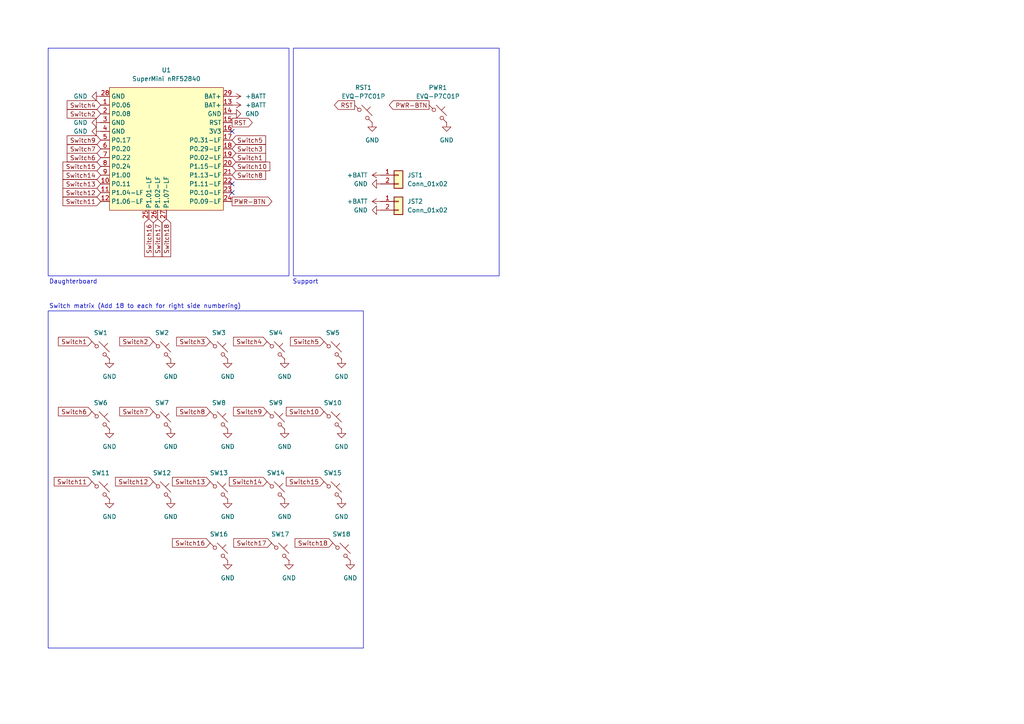
<source format=kicad_sch>
(kicad_sch (version 20231120) (generator "eeschema") (generator_version "8.0")
  (paper "A4")
  (lib_symbols
    (symbol "Connector_Generic:Conn_01x02" (pin_names (offset 1.016) hide)
      (property "Reference" "J" (at 0 2.54 0))
      (property "Value" "Conn_01x02" (at 0 -5.08 0))
      (symbol "Conn_01x02_1_1"
        (rectangle (start -1.27 -2.413) (end 0 -2.667) (stroke (width 0.1524)))
        (rectangle (start -1.27 0.127) (end 0 -0.127) (stroke (width 0.1524)))
        (rectangle (start -1.27 1.27) (end 1.27 -3.81) (stroke (width 0.254)) (fill (type background)))
        (pin passive line (at -5.08 0 0) (length 3.81) (name "Pin_1") (number "1"))
        (pin passive line (at -5.08 -2.54 0) (length 3.81) (name "Pin_2") (number "2"))
      )
    )
    (symbol "PCM_marbastlib-promicroish:SuperMini_nRF52840" (in_bom no)
      (property "Reference" "U" (at 0 22.86 0))
      (property "Value" "SuperMini nRF52840" (at 0 20.32 0))
      (symbol "SuperMini_nRF52840_0_0"
        (pin bidirectional line (at -19.05 13.97 0) (length 2.54) (name "P0.06") (number "1"))
        (pin bidirectional line (at -19.05 -8.89 0) (length 2.54) (name "P0.11") (number "10"))
        (pin bidirectional line (at -19.05 -11.43 0) (length 2.54) (name "P1.04-LF") (number "11"))
        (pin bidirectional line (at -19.05 -13.97 0) (length 2.54) (name "P1.06-LF") (number "12"))
        (pin power_out line (at 19.05 11.43 180) (length 2.54) (name "GND") (number "14"))
        (pin bidirectional line (at 19.05 8.89 180) (length 2.54) (name "RST") (number "15"))
        (pin bidirectional line (at 19.05 3.81 180) (length 2.54) (name "P0.31-LF") (number "17"))
        (pin bidirectional line (at 19.05 1.27 180) (length 2.54) (name "P0.29-LF") (number "18"))
        (pin bidirectional line (at 19.05 -1.27 180) (length 2.54) (name "P0.02-LF") (number "19"))
        (pin bidirectional line (at -19.05 11.43 0) (length 2.54) (name "P0.08") (number "2"))
        (pin bidirectional line (at 19.05 -3.81 180) (length 2.54) (name "P1.15-LF") (number "20"))
        (pin bidirectional line (at 19.05 -6.35 180) (length 2.54) (name "P1.13-LF") (number "21"))
        (pin bidirectional line (at 19.05 -8.89 180) (length 2.54) (name "P1.11-LF") (number "22"))
        (pin bidirectional line (at 19.05 -13.97 180) (length 2.54) (name "P0.09-LF") (number "24"))
        (pin power_out line (at -19.05 8.89 0) (length 2.54) (name "GND") (number "3"))
        (pin power_out line (at -19.05 6.35 0) (length 2.54) (name "GND") (number "4"))
        (pin bidirectional line (at -19.05 3.81 0) (length 2.54) (name "P0.17") (number "5"))
        (pin bidirectional line (at -19.05 1.27 0) (length 2.54) (name "P0.20") (number "6"))
        (pin bidirectional line (at -19.05 -1.27 0) (length 2.54) (name "P0.22") (number "7"))
        (pin bidirectional line (at -19.05 -3.81 0) (length 2.54) (name "P0.24") (number "8"))
        (pin bidirectional line (at -19.05 -6.35 0) (length 2.54) (name "P1.00") (number "9"))
      )
      (symbol "SuperMini_nRF52840_1_0"
        (pin power_out line (at 19.05 13.97 180) (length 2.54) (name "BAT+") (number "13"))
        (pin power_out line (at 19.05 6.35 180) (length 2.54) (name "3V3") (number "16"))
        (pin bidirectional line (at 19.05 -11.43 180) (length 2.54) (name "P0.10-LF") (number "23"))
        (pin bidirectional line (at -5.08 -19.05 90) (length 2.54) (name "P1.01-LF") (number "25"))
        (pin bidirectional line (at -2.54 -19.05 90) (length 2.54) (name "P1.02-LF") (number "26"))
        (pin bidirectional line (at 0 -19.05 90) (length 2.54) (name "P1.07-LF") (number "27"))
        (pin power_out line (at -19.05 16.51 0) (length 2.54) (name "GND") (number "28"))
        (pin power_out line (at 19.05 16.51 180) (length 2.54) (name "BAT+") (number "29"))
      )
      (symbol "SuperMini_nRF52840_1_1"
        (rectangle (start -16.51 19.05) (end 16.51 -16.51) (fill (type background)))
      )
    )
    (symbol "Switch:SW_Push_45deg" (pin_numbers hide) (pin_names (offset 1.016) hide)
      (property "Reference" "SW" (at 3.048 1.016 0))
      (property "Value" "SW_Push_45deg" (at 0 -3.81 0))
      (symbol "SW_Push_45deg_0_1"
        (circle (center -1.1684 1.1684) (radius 0.508))
        (polyline (pts (xy -0.508 2.54) (xy 2.54 -0.508)))
        (polyline (pts (xy 1.016 1.016) (xy 2.032 2.032)))
        (polyline (pts (xy -2.54 2.54) (xy -1.524 1.524) (xy -1.524 1.524)))
        (polyline (pts (xy 1.524 -1.524) (xy 2.54 -2.54) (xy 2.54 -2.54) (xy 2.54 -2.54)))
        (circle (center 1.143 -1.1938) (radius 0.508))
        (pin passive line (at -2.54 2.54 0) (length 0) (name "1") (number "1"))
        (pin passive line (at 2.54 -2.54 180) (length 0) (name "2") (number "2"))
      )
    )
    (symbol "power:+BATT" (power) (pin_numbers hide) (pin_names (offset 0) hide)
      (property "Value" "+BATT" (at 0 3.556 0))
      (symbol "+BATT_0_1"
        (polyline (pts (xy -0.762 1.27) (xy 0 2.54)))
        (polyline (pts (xy 0 0) (xy 0 2.54)))
        (polyline (pts (xy 0 2.54) (xy 0.762 1.27)))
      )
      (symbol "+BATT_1_1"
        (pin power_in line (at 0 0 90) (length 0) (name "~") (number "1"))
      )
    )
    (symbol "power:GND" (power) (pin_numbers hide) (pin_names (offset 0) hide)
      (property "Value" "GND" (at 0 -3.81 0))
      (symbol "GND_0_1"
        (polyline (pts (xy 0 0) (xy 0 -1.27) (xy 1.27 -1.27) (xy 0 -2.54) (xy -1.27 -1.27) (xy 0 -1.27)))
      )
      (symbol "GND_1_1"
        (pin power_in line (at 0 0 270) (length 0) (name "~") (number "1"))
      )
    )
  )
  (no_connect (at 67.31 38.1))
  (no_connect (at 67.31 55.88))
  (no_connect (at 67.31 53.34))
  (rectangle (start 13.97 90.17) (end 105.41 187.96))
  (rectangle (start 13.97 13.97) (end 83.82 80.01))
  (rectangle (start 85.09 13.97) (end 144.78 80.01))
  (text "Switch matrix (Add 18 to each for right side numbering)" (at 14.224 89.662 0) (effects (font (size 1.27 1.27)) (justify left bottom)))
  (text "Daughterboard" (at 14.224 82.55 0) (effects (font (size 1.27 1.27)) (justify left bottom)))
  (text "Support" (at 84.836 82.55 0) (effects (font (size 1.27 1.27)) (justify left bottom)))
  (global_label "Switch7" (shape input) (at 44.45 119.38 180) (property "Intersheetrefs" "${INTERSHEET_REFS}" (effects (hide yes))))
  (global_label "Switch12" (shape input) (at 29.21 55.88 180) (property "Intersheetrefs" "${INTERSHEET_REFS}" (effects (hide yes))))
  (global_label "RST" (shape output) (at 102.87 30.48 180) (property "Intersheetrefs" "${INTERSHEET_REFS}" (effects (hide yes))))
  (global_label "Switch4" (shape input) (at 29.21 30.48 180) (property "Intersheetrefs" "${INTERSHEET_REFS}" (effects (hide yes))))
  (global_label "Switch16" (shape input) (at 43.18 63.5 270) (property "Intersheetrefs" "${INTERSHEET_REFS}" (effects (hide yes))))
  (global_label "Switch7" (shape input) (at 29.21 43.18 180) (property "Intersheetrefs" "${INTERSHEET_REFS}" (effects (hide yes))))
  (global_label "Switch2" (shape input) (at 29.21 33.02 180) (property "Intersheetrefs" "${INTERSHEET_REFS}" (effects (hide yes))))
  (global_label "Switch3" (shape input) (at 67.31 43.18 0) (property "Intersheetrefs" "${INTERSHEET_REFS}" (effects (hide yes))))
  (global_label "Switch11" (shape input) (at 29.21 58.42 180) (property "Intersheetrefs" "${INTERSHEET_REFS}" (effects (hide yes))))
  (global_label "Switch17" (shape input) (at 78.74 157.48 180) (property "Intersheetrefs" "${INTERSHEET_REFS}" (effects (hide yes))))
  (global_label "Switch1" (shape input) (at 26.67 99.06 180) (property "Intersheetrefs" "${INTERSHEET_REFS}" (effects (hide yes))))
  (global_label "Switch14" (shape input) (at 77.47 139.7 180) (property "Intersheetrefs" "${INTERSHEET_REFS}" (effects (hide yes))))
  (global_label "Switch16" (shape input) (at 60.96 157.48 180) (property "Intersheetrefs" "${INTERSHEET_REFS}" (effects (hide yes))))
  (global_label "Switch13" (shape input) (at 60.96 139.7 180) (property "Intersheetrefs" "${INTERSHEET_REFS}" (effects (hide yes))))
  (global_label "Switch10" (shape input) (at 67.31 48.26 0) (property "Intersheetrefs" "${INTERSHEET_REFS}" (effects (hide yes))))
  (global_label "Switch6" (shape input) (at 26.67 119.38 180) (property "Intersheetrefs" "${INTERSHEET_REFS}" (effects (hide yes))))
  (global_label "Switch9" (shape input) (at 29.21 40.64 180) (property "Intersheetrefs" "${INTERSHEET_REFS}" (effects (hide yes))))
  (global_label "Switch17" (shape input) (at 45.72 63.5 270) (property "Intersheetrefs" "${INTERSHEET_REFS}" (effects (hide yes))))
  (global_label "Switch8" (shape input) (at 60.96 119.38 180) (property "Intersheetrefs" "${INTERSHEET_REFS}" (effects (hide yes))))
  (global_label "Switch5" (shape input) (at 67.31 40.64 0) (property "Intersheetrefs" "${INTERSHEET_REFS}" (effects (hide yes))))
  (global_label "Switch9" (shape input) (at 77.47 119.38 180) (property "Intersheetrefs" "${INTERSHEET_REFS}" (effects (hide yes))))
  (global_label "RST" (shape output) (at 67.31 35.56 0) (property "Intersheetrefs" "${INTERSHEET_REFS}" (effects (hide yes))))
  (global_label "Switch8" (shape input) (at 67.31 50.8 0) (property "Intersheetrefs" "${INTERSHEET_REFS}" (effects (hide yes))))
  (global_label "Switch12" (shape input) (at 44.45 139.7 180) (property "Intersheetrefs" "${INTERSHEET_REFS}" (effects (hide yes))))
  (global_label "Switch6" (shape input) (at 29.21 45.72 180) (property "Intersheetrefs" "${INTERSHEET_REFS}" (effects (hide yes))))
  (global_label "Switch13" (shape input) (at 29.21 53.34 180) (property "Intersheetrefs" "${INTERSHEET_REFS}" (effects (hide yes))))
  (global_label "PWR-BTN" (shape output) (at 67.31 58.42 0) (property "Intersheetrefs" "${INTERSHEET_REFS}" (effects (hide yes))))
  (global_label "Switch4" (shape input) (at 77.47 99.06 180) (property "Intersheetrefs" "${INTERSHEET_REFS}" (effects (hide yes))))
  (global_label "Switch5" (shape input) (at 93.98 99.06 180) (property "Intersheetrefs" "${INTERSHEET_REFS}" (effects (hide yes))))
  (global_label "Switch18" (shape input) (at 96.52 157.48 180) (property "Intersheetrefs" "${INTERSHEET_REFS}" (effects (hide yes))))
  (global_label "Switch14" (shape input) (at 29.21 50.8 180) (property "Intersheetrefs" "${INTERSHEET_REFS}" (effects (hide yes))))
  (global_label "Switch18" (shape input) (at 48.26 63.5 270) (property "Intersheetrefs" "${INTERSHEET_REFS}" (effects (hide yes))))
  (global_label "Switch1" (shape input) (at 67.31 45.72 0) (property "Intersheetrefs" "${INTERSHEET_REFS}" (effects (hide yes))))
  (global_label "PWR-BTN" (shape output) (at 124.46 30.48 180) (property "Intersheetrefs" "${INTERSHEET_REFS}" (effects (hide yes))))
  (global_label "Switch15" (shape input) (at 93.98 139.7 180) (property "Intersheetrefs" "${INTERSHEET_REFS}" (effects (hide yes))))
  (global_label "Switch10" (shape input) (at 93.98 119.38 180) (property "Intersheetrefs" "${INTERSHEET_REFS}" (effects (hide yes))))
  (global_label "Switch11" (shape input) (at 26.67 139.7 180) (property "Intersheetrefs" "${INTERSHEET_REFS}" (effects (hide yes))))
  (global_label "Switch15" (shape input) (at 29.21 48.26 180) (property "Intersheetrefs" "${INTERSHEET_REFS}" (effects (hide yes))))
  (global_label "Switch3" (shape input) (at 60.96 99.06 180) (property "Intersheetrefs" "${INTERSHEET_REFS}" (effects (hide yes))))
  (global_label "Switch2" (shape input) (at 44.45 99.06 180) (property "Intersheetrefs" "${INTERSHEET_REFS}" (effects (hide yes))))
  (symbol (lib_id "Switch:SW_Push_45deg") (at 29.21 101.6 0) (unit 1) (in_bom no)
    (property "Reference" "SW1" (at 29.21 96.52 0))
    (property "Value" "SW_Push" (effects (hide yes)))
    (property "Footprint" "Library:Choc-V1-HS-Reversible" (effects (hide yes)))
  )
  (symbol (lib_id "power:GND") (at 99.06 144.78 0) (unit 1)
    (property "Reference" "#PWR017" (effects (hide yes)))
    (property "Value" "GND" (at 99.06 149.86 0))
    (property "Description" "Power symbol creates a global label with name \"GND\" , ground" (effects (hide yes)))
  )
  (symbol (lib_id "Switch:SW_Push_45deg") (at 96.52 101.6 0) (unit 1) (in_bom no)
    (property "Reference" "SW5" (at 96.52 96.52 0))
    (property "Value" "SW_Push" (effects (hide yes)))
    (property "Footprint" "Library:Choc-V1-HS-Reversible" (effects (hide yes)))
  )
  (symbol (lib_id "power:GND") (at 82.55 124.46 0) (unit 1)
    (property "Reference" "#PWR012" (effects (hide yes)))
    (property "Value" "GND" (at 82.55 129.54 0))
    (property "Description" "Power symbol creates a global label with name \"GND\" , ground" (effects (hide yes)))
  )
  (symbol (lib_id "power:GND") (at 83.82 162.56 0) (unit 1)
    (property "Reference" "#PWR014" (effects (hide yes)))
    (property "Value" "GND" (at 83.82 167.64 0))
    (property "Description" "Power symbol creates a global label with name \"GND\" , ground" (effects (hide yes)))
  )
  (symbol (lib_id "power:GND") (at 31.75 124.46 0) (unit 1)
    (property "Reference" "#PWR02" (effects (hide yes)))
    (property "Value" "GND" (at 31.75 129.54 0))
    (property "Description" "Power symbol creates a global label with name \"GND\" , ground" (effects (hide yes)))
  )
  (symbol (lib_id "power:+BATT") (at 67.31 27.94 270) (unit 1)
    (property "Reference" "#PWR051" (effects (hide yes)))
    (property "Value" "+BATT" (at 71.12 27.9399 90) (effects (justify left)))
    (property "Description" "Power symbol creates a global label with name \"+BATT\"" (effects (hide yes)))
  )
  (symbol (lib_id "power:GND") (at 66.04 162.56 0) (unit 1)
    (property "Reference" "#PWR010" (effects (hide yes)))
    (property "Value" "GND" (at 66.04 167.64 0))
    (property "Description" "Power symbol creates a global label with name \"GND\" , ground" (effects (hide yes)))
  )
  (symbol (lib_id "power:GND") (at 110.49 60.96 270) (unit 1)
    (property "Reference" "#PWR020" (effects (hide yes)))
    (property "Value" "GND" (at 106.68 60.9599 90) (effects (justify right)))
    (property "Description" "Power symbol creates a global label with name \"GND\" , ground" (effects (hide yes)))
  )
  (symbol (lib_id "Connector_Generic:Conn_01x02") (at 115.57 50.8 0) (unit 1)
    (property "Reference" "JST1" (at 118.11 50.7999 0) (effects (justify left)))
    (property "Value" "Conn_01x02" (at 118.11 53.3399 0) (effects (justify left)))
    (property "Footprint" "Connector_JST:JST_PH_S2B-PH-K_1x02_P2.00mm_Horizontal" (effects (hide yes)))
    (property "Description" "Generic connector, single row, 01x02, script generated (kicad-library-utils/schlib/autogen/connector/)" (effects (hide yes)))
  )
  (symbol (lib_id "PCM_marbastlib-promicroish:SuperMini_nRF52840") (at 48.26 44.45 0) (unit 1) (in_bom no)
    (property "Reference" "U1" (at 48.26 20.32 0))
    (property "Value" "SuperMini nRF52840" (at 48.26 22.86 0))
    (property "Footprint" "PCM_marbastlib-xp-promicroish:SuperMini_nRF52840_AH_Reversible" (effects (hide yes)))
    (property "Datasheet" "https://wiki.icbbuy.com/doku.php?id=developmentboard:nrf52840" (effects (hide yes)))
    (property "Description" "Symbol for an nicekeyboards nice!nano" (effects (hide yes)))
  )
  (symbol (lib_id "Switch:SW_Push_45deg") (at 46.99 101.6 0) (unit 1) (in_bom no)
    (property "Reference" "SW2" (at 46.99 96.52 0))
    (property "Value" "SW_Push" (effects (hide yes)))
    (property "Footprint" "Library:Choc-V1-HS-Reversible" (effects (hide yes)))
  )
  (symbol (lib_id "power:+BATT") (at 110.49 58.42 90) (unit 1)
    (property "Reference" "#PWR019" (effects (hide yes)))
    (property "Value" "+BATT" (at 106.68 58.4199 90) (effects (justify left)))
    (property "Description" "Power symbol creates a global label with name \"+BATT\"" (effects (hide yes)))
  )
  (symbol (lib_id "Switch:SW_Push_45deg") (at 96.52 142.24 0) (unit 1) (in_bom no)
    (property "Reference" "SW15" (at 96.52 137.16 0))
    (property "Value" "SW_Push" (effects (hide yes)))
    (property "Footprint" "Library:Choc-V1-HS-Reversible" (effects (hide yes)))
  )
  (symbol (lib_id "power:GND") (at 49.53 144.78 0) (unit 1)
    (property "Reference" "#PWR06" (effects (hide yes)))
    (property "Value" "GND" (at 49.53 149.86 0))
    (property "Description" "Power symbol creates a global label with name \"GND\" , ground" (effects (hide yes)))
  )
  (symbol (lib_id "Switch:SW_Push_45deg") (at 29.21 121.92 0) (unit 1) (in_bom no)
    (property "Reference" "SW6" (at 29.21 116.84 0))
    (property "Value" "SW_Push" (effects (hide yes)))
    (property "Footprint" "Library:Choc-V1-HS-Reversible" (effects (hide yes)))
  )
  (symbol (lib_id "Switch:SW_Push_45deg") (at 99.06 160.02 0) (unit 1) (in_bom no)
    (property "Reference" "SW18" (at 99.06 154.94 0))
    (property "Value" "SW_Push" (effects (hide yes)))
    (property "Footprint" "Library:Choc-V1-HS-Reversible" (effects (hide yes)))
  )
  (symbol (lib_id "Switch:SW_Push_45deg") (at 80.01 142.24 0) (unit 1) (in_bom no)
    (property "Reference" "SW14" (at 80.01 137.16 0))
    (property "Value" "SW_Push" (effects (hide yes)))
    (property "Footprint" "Library:Choc-V1-HS-Reversible" (effects (hide yes)))
  )
  (symbol (lib_id "Switch:SW_Push_45deg") (at 63.5 160.02 0) (unit 1) (in_bom no)
    (property "Reference" "SW16" (at 63.5 154.94 0))
    (property "Value" "SW_Push" (effects (hide yes)))
    (property "Footprint" "Library:Choc-V1-HS-Reversible" (effects (hide yes)))
  )
  (symbol (lib_id "power:GND") (at 29.21 27.94 270) (unit 1)
    (property "Reference" "#PWR037" (effects (hide yes)))
    (property "Value" "GND" (at 25.4 27.9399 90) (effects (justify right)))
    (property "Description" "Power symbol creates a global label with name \"GND\" , ground" (effects (hide yes)))
  )
  (symbol (lib_id "power:GND") (at 129.54 35.56 0) (mirror y) (unit 1)
    (property "Reference" "#PWR048" (effects (hide yes)))
    (property "Value" "GND" (at 129.54 40.64 0))
    (property "Description" "Power symbol creates a global label with name \"GND\" , ground" (effects (hide yes)))
  )
  (symbol (lib_id "power:GND") (at 49.53 124.46 0) (unit 1)
    (property "Reference" "#PWR05" (effects (hide yes)))
    (property "Value" "GND" (at 49.53 129.54 0))
    (property "Description" "Power symbol creates a global label with name \"GND\" , ground" (effects (hide yes)))
  )
  (symbol (lib_id "Switch:SW_Push_45deg") (at 127 33.02 0) (unit 1)
    (property "Reference" "PWR1" (at 127 25.4 0))
    (property "Value" "EVQ-P7C01P" (at 127 27.94 0))
    (property "Footprint" "Library:EVQ-P7C-Reversible" (effects (hide yes)))
    (property "Description" "Push button switch, normally open, two pins, 45° tilted" (effects (hide yes)))
  )
  (symbol (lib_id "power:GND") (at 29.21 35.56 270) (unit 1)
    (property "Reference" "#PWR039" (effects (hide yes)))
    (property "Value" "GND" (at 25.4 35.5599 90) (effects (justify right)))
    (property "Description" "Power symbol creates a global label with name \"GND\" , ground" (effects (hide yes)))
  )
  (symbol (lib_id "power:GND") (at 107.95 35.56 0) (mirror y) (unit 1)
    (property "Reference" "#PWR047" (effects (hide yes)))
    (property "Value" "GND" (at 107.95 40.64 0))
    (property "Description" "Power symbol creates a global label with name \"GND\" , ground" (effects (hide yes)))
  )
  (symbol (lib_id "Switch:SW_Push_45deg") (at 96.52 121.92 0) (unit 1) (in_bom no)
    (property "Reference" "SW10" (at 96.52 116.84 0))
    (property "Value" "SW_Push" (effects (hide yes)))
    (property "Footprint" "Library:Choc-V1-HS-Reversible" (effects (hide yes)))
  )
  (symbol (lib_id "Switch:SW_Push_45deg") (at 63.5 142.24 0) (unit 1) (in_bom no)
    (property "Reference" "SW13" (at 63.5 137.16 0))
    (property "Value" "SW_Push" (effects (hide yes)))
    (property "Footprint" "Library:Choc-V1-HS-Reversible" (effects (hide yes)))
  )
  (symbol (lib_id "power:GND") (at 99.06 104.14 0) (unit 1)
    (property "Reference" "#PWR015" (effects (hide yes)))
    (property "Value" "GND" (at 99.06 109.22 0))
    (property "Description" "Power symbol creates a global label with name \"GND\" , ground" (effects (hide yes)))
  )
  (symbol (lib_id "power:GND") (at 29.21 38.1 270) (unit 1)
    (property "Reference" "#PWR040" (effects (hide yes)))
    (property "Value" "GND" (at 25.4 38.0999 90) (effects (justify right)))
    (property "Description" "Power symbol creates a global label with name \"GND\" , ground" (effects (hide yes)))
  )
  (symbol (lib_id "power:GND") (at 101.6 162.56 0) (unit 1)
    (property "Reference" "#PWR018" (effects (hide yes)))
    (property "Value" "GND" (at 101.6 167.64 0))
    (property "Description" "Power symbol creates a global label with name \"GND\" , ground" (effects (hide yes)))
  )
  (symbol (lib_id "power:GND") (at 49.53 104.14 0) (unit 1)
    (property "Reference" "#PWR04" (effects (hide yes)))
    (property "Value" "GND" (at 49.53 109.22 0))
    (property "Description" "Power symbol creates a global label with name \"GND\" , ground" (effects (hide yes)))
  )
  (symbol (lib_id "power:+BATT") (at 67.31 30.48 270) (unit 1)
    (property "Reference" "#PWR052" (effects (hide yes)))
    (property "Value" "+BATT" (at 71.12 30.4799 90) (effects (justify left)))
    (property "Description" "Power symbol creates a global label with name \"+BATT\"" (effects (hide yes)))
  )
  (symbol (lib_id "Switch:SW_Push_45deg") (at 80.01 121.92 0) (unit 1) (in_bom no)
    (property "Reference" "SW9" (at 80.01 116.84 0))
    (property "Value" "SW_Push" (effects (hide yes)))
    (property "Footprint" "Library:Choc-V1-HS-Reversible" (effects (hide yes)))
  )
  (symbol (lib_id "Switch:SW_Push_45deg") (at 81.28 160.02 0) (unit 1) (in_bom no)
    (property "Reference" "SW17" (at 81.28 154.94 0))
    (property "Value" "SW_Push" (effects (hide yes)))
    (property "Footprint" "Library:Choc-V1-HS-Reversible" (effects (hide yes)))
  )
  (symbol (lib_id "Switch:SW_Push_45deg") (at 46.99 121.92 0) (unit 1) (in_bom no)
    (property "Reference" "SW7" (at 46.99 116.84 0))
    (property "Value" "SW_Push" (effects (hide yes)))
    (property "Footprint" "Library:Choc-V1-HS-Reversible" (effects (hide yes)))
  )
  (symbol (lib_id "power:GND") (at 82.55 144.78 0) (unit 1)
    (property "Reference" "#PWR013" (effects (hide yes)))
    (property "Value" "GND" (at 82.55 149.86 0))
    (property "Description" "Power symbol creates a global label with name \"GND\" , ground" (effects (hide yes)))
  )
  (symbol (lib_id "Switch:SW_Push_45deg") (at 29.21 142.24 0) (unit 1) (in_bom no)
    (property "Reference" "SW11" (at 29.21 137.16 0))
    (property "Value" "SW_Push" (effects (hide yes)))
    (property "Footprint" "Library:Choc-V1-HS-Reversible" (effects (hide yes)))
  )
  (symbol (lib_id "power:GND") (at 31.75 104.14 0) (unit 1)
    (property "Reference" "#PWR01" (effects (hide yes)))
    (property "Value" "GND" (at 31.75 109.22 0))
    (property "Description" "Power symbol creates a global label with name \"GND\" , ground" (effects (hide yes)))
  )
  (symbol (lib_id "power:GND") (at 31.75 144.78 0) (unit 1)
    (property "Reference" "#PWR03" (effects (hide yes)))
    (property "Value" "GND" (at 31.75 149.86 0))
    (property "Description" "Power symbol creates a global label with name \"GND\" , ground" (effects (hide yes)))
  )
  (symbol (lib_id "Switch:SW_Push_45deg") (at 46.99 142.24 0) (unit 1) (in_bom no)
    (property "Reference" "SW12" (at 46.99 137.16 0))
    (property "Value" "SW_Push" (effects (hide yes)))
    (property "Footprint" "Library:Choc-V1-HS-Reversible" (effects (hide yes)))
  )
  (symbol (lib_id "power:GND") (at 66.04 124.46 0) (unit 1)
    (property "Reference" "#PWR08" (effects (hide yes)))
    (property "Value" "GND" (at 66.04 129.54 0))
    (property "Description" "Power symbol creates a global label with name \"GND\" , ground" (effects (hide yes)))
  )
  (symbol (lib_id "power:GND") (at 67.31 33.02 90) (unit 1)
    (property "Reference" "#PWR038" (effects (hide yes)))
    (property "Value" "GND" (at 71.12 33.0199 90) (effects (justify right)))
    (property "Description" "Power symbol creates a global label with name \"GND\" , ground" (effects (hide yes)))
  )
  (symbol (lib_id "power:+BATT") (at 110.49 50.8 90) (unit 1)
    (property "Reference" "#PWR055" (effects (hide yes)))
    (property "Value" "+BATT" (at 106.68 50.7999 90) (effects (justify left)))
    (property "Description" "Power symbol creates a global label with name \"+BATT\"" (effects (hide yes)))
  )
  (symbol (lib_id "Connector_Generic:Conn_01x02") (at 115.57 58.42 0) (unit 1)
    (property "Reference" "JST2" (at 118.11 58.4199 0) (effects (justify left)))
    (property "Value" "Conn_01x02" (at 118.11 60.9599 0) (effects (justify left)))
    (property "Footprint" "Connector_JST:JST_PH_S2B-PH-K_1x02_P2.00mm_Horizontal" (effects (hide yes)))
    (property "Description" "Generic connector, single row, 01x02, script generated (kicad-library-utils/schlib/autogen/connector/)" (effects (hide yes)))
  )
  (symbol (lib_id "power:GND") (at 99.06 124.46 0) (unit 1)
    (property "Reference" "#PWR016" (effects (hide yes)))
    (property "Value" "GND" (at 99.06 129.54 0))
    (property "Description" "Power symbol creates a global label with name \"GND\" , ground" (effects (hide yes)))
  )
  (symbol (lib_id "power:GND") (at 110.49 53.34 270) (unit 1)
    (property "Reference" "#PWR045" (effects (hide yes)))
    (property "Value" "GND" (at 106.68 53.3399 90) (effects (justify right)))
    (property "Description" "Power symbol creates a global label with name \"GND\" , ground" (effects (hide yes)))
  )
  (symbol (lib_id "Switch:SW_Push_45deg") (at 105.41 33.02 0) (unit 1)
    (property "Reference" "RST1" (at 105.41 25.4 0))
    (property "Value" "EVQ-P7C01P" (at 105.41 27.94 0))
    (property "Footprint" "Library:EVQ-P7C-Reversible" (effects (hide yes)))
    (property "Description" "Push button switch, normally open, two pins, 45° tilted" (effects (hide yes)))
  )
  (symbol (lib_id "power:GND") (at 82.55 104.14 0) (unit 1)
    (property "Reference" "#PWR011" (effects (hide yes)))
    (property "Value" "GND" (at 82.55 109.22 0))
    (property "Description" "Power symbol creates a global label with name \"GND\" , ground" (effects (hide yes)))
  )
  (symbol (lib_id "Switch:SW_Push_45deg") (at 80.01 101.6 0) (unit 1) (in_bom no)
    (property "Reference" "SW4" (at 80.01 96.52 0))
    (property "Value" "SW_Push" (effects (hide yes)))
    (property "Footprint" "Library:Choc-V1-HS-Reversible" (effects (hide yes)))
  )
  (symbol (lib_id "Switch:SW_Push_45deg") (at 63.5 121.92 0) (unit 1) (in_bom no)
    (property "Reference" "SW8" (at 63.5 116.84 0))
    (property "Value" "SW_Push" (effects (hide yes)))
    (property "Footprint" "Library:Choc-V1-HS-Reversible" (effects (hide yes)))
  )
  (symbol (lib_id "power:GND") (at 66.04 144.78 0) (unit 1)
    (property "Reference" "#PWR09" (effects (hide yes)))
    (property "Value" "GND" (at 66.04 149.86 0))
    (property "Description" "Power symbol creates a global label with name \"GND\" , ground" (effects (hide yes)))
  )
  (symbol (lib_id "Switch:SW_Push_45deg") (at 63.5 101.6 0) (unit 1) (in_bom no)
    (property "Reference" "SW3" (at 63.5 96.52 0))
    (property "Value" "SW_Push" (effects (hide yes)))
    (property "Footprint" "Library:Choc-V1-HS-Reversible" (effects (hide yes)))
  )
  (symbol (lib_id "power:GND") (at 66.04 104.14 0) (unit 1)
    (property "Reference" "#PWR07" (effects (hide yes)))
    (property "Value" "GND" (at 66.04 109.22 0))
    (property "Description" "Power symbol creates a global label with name \"GND\" , ground" (effects (hide yes)))
  )
)
</source>
